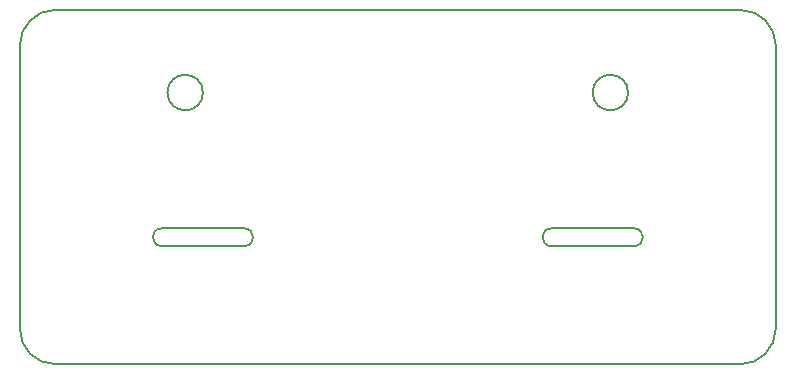
<source format=gbr>
G04 #@! TF.GenerationSoftware,KiCad,Pcbnew,(5.0.0-rc2-204-g01c2d93a8)*
G04 #@! TF.CreationDate,2018-06-27T22:36:21-05:00*
G04 #@! TF.ProjectId,hall-current-probe,68616C6C2D63757272656E742D70726F,rev?*
G04 #@! TF.SameCoordinates,Original*
G04 #@! TF.FileFunction,Profile,NP*
%FSLAX46Y46*%
G04 Gerber Fmt 4.6, Leading zero omitted, Abs format (unit mm)*
G04 Created by KiCad (PCBNEW (5.0.0-rc2-204-g01c2d93a8)) date Wed Jun 27 22:36:21 2018*
%MOMM*%
%LPD*%
G01*
G04 APERTURE LIST*
%ADD10C,0.150000*%
G04 APERTURE END LIST*
D10*
X51500000Y-7000000D02*
G75*
G03X51500000Y-7000000I-1500000J0D01*
G01*
X15500000Y-7000000D02*
G75*
G03X15500000Y-7000000I-1500000J0D01*
G01*
X61000000Y0D02*
G75*
G02X64000000Y-3000000I0J-3000000D01*
G01*
X64000000Y-27000000D02*
G75*
G02X61000000Y-30000000I-3000000J0D01*
G01*
X3000000Y-30000000D02*
G75*
G02X0Y-27000000I0J3000000D01*
G01*
X3000000Y0D02*
G75*
G03X0Y-3000000I0J-3000000D01*
G01*
X45000000Y-20000000D02*
G75*
G02X45000000Y-18500000I0J750000D01*
G01*
X45000000Y-18500000D02*
X52000000Y-18500000D01*
X45000000Y-20000000D02*
X52000000Y-20000000D01*
X52000000Y-18500000D02*
G75*
G02X52000000Y-20000000I0J-750000D01*
G01*
X12000000Y-20000000D02*
X19000000Y-20000000D01*
X12000000Y-18500000D02*
X19000000Y-18500000D01*
X19000000Y-18500000D02*
G75*
G02X19000000Y-20000000I0J-750000D01*
G01*
X12000000Y-20000000D02*
G75*
G02X12000000Y-18500000I0J750000D01*
G01*
X61000000Y0D02*
X3000000Y0D01*
X64000000Y-27000000D02*
X64000000Y-3000000D01*
X3000000Y-30000000D02*
X61000000Y-30000000D01*
X0Y-3000000D02*
X0Y-27000000D01*
M02*

</source>
